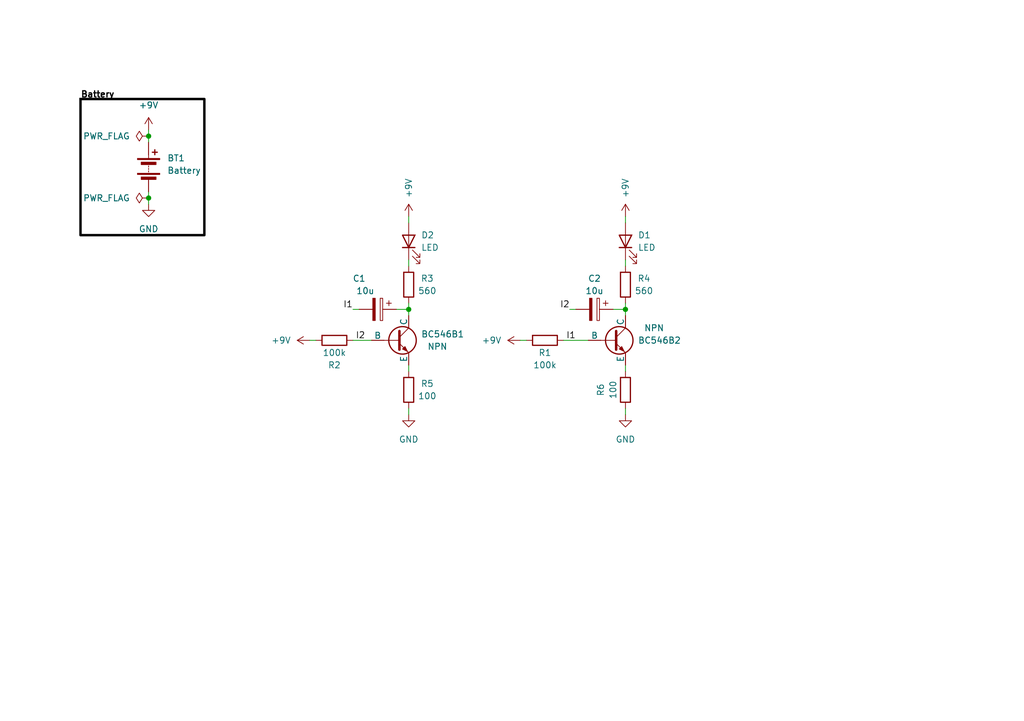
<source format=kicad_sch>
(kicad_sch (version 20230121) (generator eeschema)
  (paper "A5")
  (title_block (title "BC546B Astable Multivibrator") (date "2023-09-08") (rev "0") (company "N/A") (comment 1 "N/A"))
  (lib_symbols
    (symbol "Device:Battery" (pin_numbers hide) (pin_names (offset 0) hide)
      (property "Reference" "BT" (at 2.54 2.54 0))
      (property "Value" "Battery" (at 2.54 0 0))
      (symbol "Battery_0_1"
        (rectangle (start -2.286 -1.27) (end 2.286 -1.524) (fill (type outline)))
        (rectangle (start -2.286 1.778) (end 2.286 1.524) (fill (type outline)))
        (rectangle (start -1.524 -2.032) (end 1.524 -2.54) (fill (type outline)))
        (rectangle (start -1.524 1.016) (end 1.524 0.508) (fill (type outline)))
        (polyline (pts (xy 0 -1.016) (xy 0 -0.762)))
        (polyline (pts (xy 0 -0.508) (xy 0 -0.254)))
        (polyline (pts (xy 0 0) (xy 0 0.254)))
        (polyline (pts (xy 0 1.778) (xy 0 2.54)))
        (polyline (pts (xy 0.762 3.048) (xy 1.778 3.048)) (stroke (width 0.254)))
        (polyline (pts (xy 1.27 3.556) (xy 1.27 2.54)) (stroke (width 0.254)))
      )
      (symbol "Battery_1_1"
        (pin passive line (at 0 5.08 270) (length 2.54) (name "+") (number "1"))
        (pin passive line (at 0 -5.08 90) (length 2.54) (name "-") (number "2"))
      )
    )
    (symbol "Device:C_Polarized" (pin_numbers hide) (pin_names (offset 0.254))
      (property "Reference" "C" (at 0.635 2.54 0))
      (property "Value" "C_Polarized" (at 0.635 -2.54 0))
      (symbol "C_Polarized_0_1"
        (rectangle (start -2.286 0.508) (end 2.286 1.016))
        (polyline (pts (xy -1.778 2.286) (xy -0.762 2.286)))
        (polyline (pts (xy -1.27 2.794) (xy -1.27 1.778)))
        (rectangle (start 2.286 -0.508) (end -2.286 -1.016) (fill (type outline)))
      )
      (symbol "C_Polarized_1_1"
        (pin passive line (at 0 3.81 270) (length 2.794) (name "~") (number "1"))
        (pin passive line (at 0 -3.81 90) (length 2.794) (name "~") (number "2"))
      )
    )
    (symbol "Device:LED" (pin_numbers hide) (pin_names (offset 1.016) hide)
      (property "Reference" "D" (at 0 2.54 0))
      (property "Value" "LED" (at 0 -2.54 0))
      (symbol "LED_0_1"
        (polyline (pts (xy -1.27 -1.27) (xy -1.27 1.27)) (stroke (width 0.254)))
        (polyline (pts (xy -1.27 0) (xy 1.27 0)))
        (polyline (pts (xy 1.27 -1.27) (xy 1.27 1.27) (xy -1.27 0) (xy 1.27 -1.27)) (stroke (width 0.254)))
        (polyline (pts (xy -3.048 -0.762) (xy -4.572 -2.286) (xy -3.81 -2.286) (xy -4.572 -2.286) (xy -4.572 -1.524)))
        (polyline (pts (xy -1.778 -0.762) (xy -3.302 -2.286) (xy -2.54 -2.286) (xy -3.302 -2.286) (xy -3.302 -1.524)))
      )
      (symbol "LED_1_1"
        (pin passive line (at -3.81 0 0) (length 2.54) (name "K") (number "1"))
        (pin passive line (at 3.81 0 180) (length 2.54) (name "A") (number "2"))
      )
    )
    (symbol "Device:R" (pin_numbers hide) (pin_names (offset 0))
      (property "Reference" "R" (at 2.032 0 90))
      (property "Value" "R" (at 0 0 90))
      (symbol "R_0_1"
        (rectangle (start -1.016 -2.54) (end 1.016 2.54) (stroke (width 0.254)))
      )
      (symbol "R_1_1"
        (pin passive line (at 0 3.81 270) (length 1.27) (name "~") (number "1"))
        (pin passive line (at 0 -3.81 90) (length 1.27) (name "~") (number "2"))
      )
    )
    (symbol "Simulation_SPICE:NPN" (pin_numbers hide) (pin_names (offset 0))
      (property "Reference" "Q" (at -2.54 7.62 0))
      (property "Value" "NPN" (at -2.54 5.08 0))
      (symbol "NPN_0_1"
        (polyline (pts (xy -2.54 0) (xy 0.635 0)) (stroke (width 0.1524)))
        (polyline (pts (xy 0.635 0.635) (xy 2.54 2.54)))
        (polyline (pts (xy 2.794 -1.27) (xy 2.794 -1.27)) (stroke (width 0.1524)))
        (polyline (pts (xy 2.794 -1.27) (xy 2.794 -1.27)) (stroke (width 0.1524)))
        (polyline (pts (xy 0.635 -0.635) (xy 2.54 -2.54) (xy 2.54 -2.54)))
        (polyline (pts (xy 0.635 1.905) (xy 0.635 -1.905) (xy 0.635 -1.905)) (stroke (width 0.508)))
        (polyline (pts (xy 1.27 -1.778) (xy 1.778 -1.27) (xy 2.286 -2.286) (xy 1.27 -1.778) (xy 1.27 -1.778)) (fill (type outline)))
        (circle (center 1.27 0) (radius 2.8194) (stroke (width 0.254)))
      )
      (symbol "NPN_1_1"
        (pin open_collector line (at 2.54 5.08 270) (length 2.54) (name "C") (number "1"))
        (pin input line (at -5.08 0 0) (length 2.54) (name "B") (number "2"))
        (pin open_emitter line (at 2.54 -5.08 90) (length 2.54) (name "E") (number "3"))
      )
    )
    (symbol "power:+9V" (power) (pin_names (offset 0))
      (property "Value" "+9V" (at 0 3.556 0))
      (symbol "+9V_0_1"
        (polyline (pts (xy -0.762 1.27) (xy 0 2.54)))
        (polyline (pts (xy 0 0) (xy 0 2.54)))
        (polyline (pts (xy 0 2.54) (xy 0.762 1.27)))
      )
      (symbol "+9V_1_1"
        (pin power_in line (at 0 0 90) (length 0) hide (name "+9V") (number "1"))
      )
    )
    (symbol "power:GND" (power) (pin_names (offset 0))
      (property "Value" "GND" (at 0 -3.81 0))
      (symbol "GND_0_1"
        (polyline (pts (xy 0 0) (xy 0 -1.27) (xy 1.27 -1.27) (xy 0 -2.54) (xy -1.27 -1.27) (xy 0 -1.27)))
      )
      (symbol "GND_1_1"
        (pin power_in line (at 0 0 270) (length 0) hide (name "GND") (number "1"))
      )
    )
    (symbol "power:PWR_FLAG" (power) (pin_numbers hide) (pin_names (offset 0) hide)
      (property "Value" "PWR_FLAG" (at 0 3.81 0))
      (symbol "PWR_FLAG_0_0"
        (pin power_out line (at 0 0 90) (length 0) (name "pwr") (number "1"))
      )
      (symbol "PWR_FLAG_0_1"
        (polyline (pts (xy 0 0) (xy 0 1.27) (xy -1.016 1.905) (xy 0 2.54) (xy 1.016 1.905) (xy 0 1.27)))
      )
    )
  )
  (junction (at 128.27 63.5))
  (junction (at 83.82 63.5))
  (junction (at 30.48 40.64))
  (junction (at 30.48 27.94))
  (wire (pts (xy 30.48 40.64) (xy 30.48 41.91)))
  (wire (pts (xy 64.77 69.85) (xy 63.5 69.85)))
  (wire (pts (xy 83.82 63.5) (xy 83.82 64.77)))
  (wire (pts (xy 128.27 53.34) (xy 128.27 54.61)))
  (wire (pts (xy 83.82 85.09) (xy 83.82 83.82)))
  (wire (pts (xy 128.27 44.45) (xy 128.27 45.72)))
  (wire (pts (xy 83.82 74.93) (xy 83.82 76.2)))
  (wire (pts (xy 72.39 63.5) (xy 73.66 63.5)))
  (wire (pts (xy 30.48 39.37) (xy 30.48 40.64)))
  (wire (pts (xy 83.82 54.61) (xy 83.82 53.34)))
  (wire (pts (xy 128.27 62.23) (xy 128.27 63.5)))
  (wire (pts (xy 128.27 83.82) (xy 128.27 85.09)))
  (wire (pts (xy 72.39 69.85) (xy 76.2 69.85)))
  (wire (pts (xy 30.48 27.94) (xy 30.48 29.21)))
  (wire (pts (xy 116.84 63.5) (xy 118.11 63.5)))
  (wire (pts (xy 115.57 69.85) (xy 120.65 69.85)))
  (wire (pts (xy 83.82 44.45) (xy 83.82 45.72)))
  (wire (pts (xy 128.27 74.93) (xy 128.27 76.2)))
  (wire (pts (xy 107.95 69.85) (xy 106.68 69.85)))
  (wire (pts (xy 83.82 62.23) (xy 83.82 63.5)))
  (wire (pts (xy 125.73 63.5) (xy 128.27 63.5)))
  (wire (pts (xy 30.48 26.67) (xy 30.48 27.94)))
  (wire (pts (xy 81.28 63.5) (xy 83.82 63.5)))
  (wire (pts (xy 128.27 63.5) (xy 128.27 64.77)))
  (rectangle (start 16.51 20.32) (end 41.91 48.26) (stroke (width 0.5) (color 0 0 0 1)))
  (text "Battery" (at 16.51 20.32 0) (effects (font (size 1.27 1.27) (thickness 0.254) bold) (justify left bottom)))
  (label "I1" (at 72.39 63.5 180))
  (label "I2" (at 116.84 63.5 180))
  (label "I1" (at 118.11 69.85 180))
  (label "I2" (at 74.93 69.85 180))
  (symbol (lib_id "Device:R") (at 83.82 58.42 0) (unit 1)
    (property "Reference" "R3" (at 87.63 57.15 0))
    (property "Value" "560" (at 87.63 59.69 0))
    (property "Footprint" "Resistor_THT:R_Axial_DIN0204_L3.6mm_D1.6mm_P7.62mm_Horizontal" (effects hide))
  )
  (symbol (lib_id "Device:R") (at 83.82 80.01 0) (unit 1)
    (property "Reference" "R5" (at 87.63 78.74 0))
    (property "Value" "100" (at 87.63 81.28 0))
    (property "Footprint" "Resistor_THT:R_Axial_DIN0204_L3.6mm_D1.6mm_P7.62mm_Horizontal" (effects hide))
  )
  (symbol (lib_id "Device:C_Polarized") (at 121.92 63.5 270) (unit 1)
    (property "Reference" "C2" (at 121.92 57.15 90))
    (property "Value" "10u" (at 121.92 59.69 90))
    (property "Footprint" "Capacitor_THT:CP_Radial_D4.0mm_P1.50mm" (effects hide))
  )
  (symbol (lib_id "power:+9V") (at 30.48 26.67 0) (unit 1)
    (property "Reference" "#PWR01" (effects hide))
    (property "Value" "+9V" (at 30.48 21.59 0))
  )
  (symbol (lib_id "Device:LED") (at 83.82 49.53 90) (unit 1)
    (property "Reference" "D2" (at 86.36 48.26 90) (effects (justify right)))
    (property "Value" "LED" (at 86.36 50.8 90) (effects (justify right)))
    (property "Footprint" "LED_THT:LED_D3.0mm" (effects hide))
  )
  (symbol (lib_id "power:+9V") (at 83.82 44.45 0) (unit 1)
    (property "Reference" "#PWR03" (effects hide))
    (property "Value" "+9V" (at 83.82 40.64 90) (effects (justify left)))
  )
  (symbol (lib_id "power:+9V") (at 63.5 69.85 90) (unit 1)
    (property "Reference" "#PWR04" (effects hide))
    (property "Value" "+9V" (at 59.69 69.85 90) (effects (justify left)))
  )
  (symbol (lib_id "Simulation_SPICE:NPN") (at 81.28 69.85 0) (unit 1)
    (property "Reference" "BC546B1" (at 86.36 68.58 0) (effects (justify left)))
    (property "Value" "NPN" (at 87.63 71.12 0) (effects (justify left)))
    (property "Footprint" "Package_TO_SOT_THT:TO-92" (effects hide))
    (property "Sim.Device" "NPN" (effects hide))
    (property "Sim.Type" "GUMMELPOON" (effects hide))
    (property "Sim.Pins" "1=C 2=B 3=E" (effects hide))
  )
  (symbol (lib_id "Device:R") (at 111.76 69.85 270) (unit 1)
    (property "Reference" "R1" (at 111.76 72.39 90))
    (property "Value" "100k" (at 111.76 74.93 90))
    (property "Footprint" "Resistor_THT:R_Axial_DIN0204_L3.6mm_D1.6mm_P7.62mm_Horizontal" (effects hide))
  )
  (symbol (lib_id "Device:C_Polarized") (at 77.47 63.5 270) (unit 1)
    (property "Reference" "C1" (at 73.66 57.15 90))
    (property "Value" "10u" (at 74.93 59.69 90))
    (property "Footprint" "Capacitor_THT:CP_Radial_D4.0mm_P1.50mm" (effects hide))
  )
  (symbol (lib_id "Simulation_SPICE:NPN") (at 125.73 69.85 0) (unit 1)
    (property "Reference" "BC546B2" (at 130.81 69.85 0) (effects (justify left)))
    (property "Value" "NPN" (at 132.08 67.31 0) (effects (justify left)))
    (property "Footprint" "Package_TO_SOT_THT:TO-92" (effects hide))
    (property "Sim.Device" "NPN" (effects hide))
    (property "Sim.Type" "GUMMELPOON" (effects hide))
    (property "Sim.Pins" "1=C 2=B 3=E" (effects hide))
  )
  (symbol (lib_id "Device:Battery") (at 30.48 34.29 0) (unit 1)
    (property "Reference" "BT1" (at 34.29 32.4485 0) (effects (justify left)))
    (property "Value" "Battery" (at 34.29 34.9885 0) (effects (justify left)))
    (property "Footprint" "Connector_PinHeader_2.54mm:PinHeader_1x02_P2.54mm_Vertical" (effects hide))
  )
  (symbol (lib_id "power:+9V") (at 128.27 44.45 0) (unit 1)
    (property "Reference" "#PWR06" (effects hide))
    (property "Value" "+9V" (at 128.27 40.64 90) (effects (justify left)))
  )
  (symbol (lib_id "power:PWR_FLAG") (at 30.48 27.94 90) (unit 1)
    (property "Reference" "#FLG01" (effects hide))
    (property "Value" "PWR_FLAG" (at 26.67 27.94 90) (effects (justify left)))
  )
  (symbol (lib_id "Device:R") (at 68.58 69.85 270) (unit 1)
    (property "Reference" "R2" (at 68.58 74.93 90))
    (property "Value" "100k" (at 68.58 72.39 90))
    (property "Footprint" "Resistor_THT:R_Axial_DIN0204_L3.6mm_D1.6mm_P7.62mm_Horizontal" (effects hide))
  )
  (symbol (lib_id "power:GND") (at 83.82 85.09 0) (unit 1)
    (property "Reference" "#PWR07" (effects hide))
    (property "Value" "GND" (at 83.82 90.17 0))
  )
  (symbol (lib_id "power:+9V") (at 106.68 69.85 90) (unit 1)
    (property "Reference" "#PWR05" (effects hide))
    (property "Value" "+9V" (at 102.87 69.85 90) (effects (justify left)))
  )
  (symbol (lib_id "power:PWR_FLAG") (at 30.48 40.64 90) (unit 1)
    (property "Reference" "#FLG02" (effects hide))
    (property "Value" "PWR_FLAG" (at 26.67 40.64 90) (effects (justify left)))
  )
  (symbol (lib_id "Device:LED") (at 128.27 49.53 90) (unit 1)
    (property "Reference" "D1" (at 130.81 48.26 90) (effects (justify right)))
    (property "Value" "LED" (at 130.81 50.8 90) (effects (justify right)))
    (property "Footprint" "LED_THT:LED_D3.0mm" (effects hide))
  )
  (symbol (lib_id "Device:R") (at 128.27 80.01 0) (unit 1)
    (property "Reference" "R6" (at 123.19 80.01 90))
    (property "Value" "100" (at 125.73 80.01 90))
    (property "Footprint" "Resistor_THT:R_Axial_DIN0204_L3.6mm_D1.6mm_P7.62mm_Horizontal" (effects hide))
  )
  (symbol (lib_id "power:GND") (at 30.48 41.91 0) (unit 1)
    (property "Reference" "#PWR02" (effects hide))
    (property "Value" "GND" (at 30.48 46.99 0))
  )
  (symbol (lib_id "power:GND") (at 128.27 85.09 0) (unit 1)
    (property "Reference" "#PWR08" (effects hide))
    (property "Value" "GND" (at 128.27 90.17 0))
  )
  (symbol (lib_id "Device:R") (at 128.27 58.42 180) (unit 1)
    (property "Reference" "R4" (at 132.08 57.15 0))
    (property "Value" "560" (at 132.08 59.69 0))
    (property "Footprint" "Resistor_THT:R_Axial_DIN0204_L3.6mm_D1.6mm_P7.62mm_Horizontal" (effects hide))
  )
)
</source>
